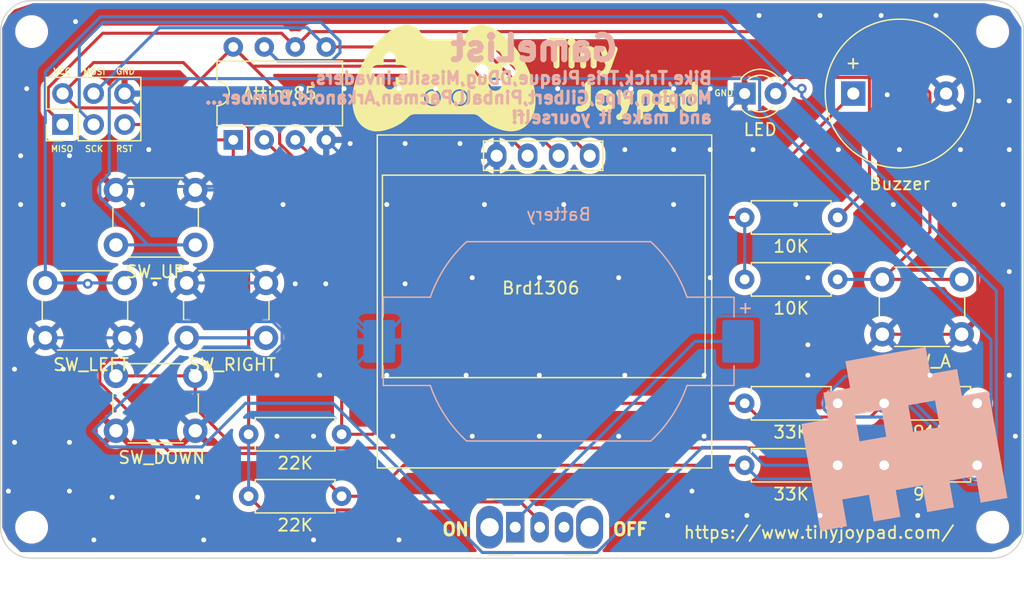
<source format=kicad_pcb>
(kicad_pcb (version 20240108) (generator "pcbnew") (generator_version "8.0")
  (layers (0 "F.Cu" signal) (31 "B.Cu" signal) (34 "B.Paste" user) (35 "F.Paste" user) (36 "B.SilkS" user "B.Silkscreen") (37 "F.SilkS" user "F.Silkscreen") (38 "B.Mask" user) (39 "F.Mask" user) (44 "Edge.Cuts" user))
  (net 0 "")
  (net 1 "Net-(Attiny85-XTAL1{slash}PB3)")
  (net 2 "Net-(33K1-Pad2)")
  (net 3 "GND")
  (net 4 "+3.3V")
  (net 5 "Net-(Attiny85-~{RESET}{slash}PB5)")
  (net 6 "Net-(Attiny85-XTAL2{slash}PB4)")
  (net 7 "Net-(R2-Pad2)")
  (net 8 "Net-(Attiny85-AREF{slash}PB0)")
  (net 9 "Net-(R4-Pad2)")
  (net 10 "Net-(R6-Pad2)")
  (net 11 "Net-(Attiny85-PB1)")
  (net 12 "Net-(BT1-+)")
  (net 13 "Net-(Attiny85-PB2)")
  (net 14 "Net-(D1-A)")
  (footprint "MountingHole:MountingHole_2.2mm_M2" (layer "F.Cu") (at 25.4 60.96)
    (property "Reference" "REF**" (hide yes))
    (property "Value" "MountingHole_2.2mm_M2" (hide yes))
    (pad "" np_thru_hole circle (at 0 0) (size 2.2 2.2) (drill 2.2) (layers "F&B.Cu" "*.Mask"))
  )
  (footprint "Resistor_THT:R_Axial_DIN0207_L6.3mm_D2.5mm_P7.62mm_Horizontal" (layer "F.Cu") (at 43.18 58.42)
    (property "Reference" "R5" (hide yes))
    (property "Value" "22K" (at 3.81 2.37 0) (layer "F.SilkS"))
    (pad "1" thru_hole circle (at 0 0) (size 1.6 1.6) (drill 0.8) (layers "*.Cu" "*.Mask") (net 4 "+3.3V"))
    (pad "2" thru_hole oval (at 7.62 0) (size 1.6 1.6) (drill 0.8) (layers "*.Cu" "*.Mask") (net 5 "Net-(Attiny85-~{RESET}{slash}PB5)"))
  )
  (footprint "Resistor_THT:R_Axial_DIN0207_L6.3mm_D2.5mm_P7.62mm_Horizontal" (layer "F.Cu") (at 43.18 53.34)
    (property "Reference" "R3" (hide yes))
    (property "Value" "22K" (at 3.81 2.37 0) (layer "F.SilkS"))
    (pad "1" thru_hole circle (at 0 0) (size 1.6 1.6) (drill 0.8) (layers "*.Cu" "*.Mask") (net 4 "+3.3V"))
    (pad "2" thru_hole oval (at 7.62 0) (size 1.6 1.6) (drill 0.8) (layers "*.Cu" "*.Mask") (net 1 "Net-(Attiny85-XTAL1{slash}PB3)"))
  )
  (footprint "Resistor_THT:R_Axial_DIN0207_L6.3mm_D2.5mm_P7.62mm_Horizontal" (layer "F.Cu") (at 83.82 55.88)
    (property "Reference" "R4" (hide yes))
    (property "Value" "33K" (at 3.81 2.37 0) (layer "F.SilkS"))
    (pad "1" thru_hole circle (at 0 0) (size 1.6 1.6) (drill 0.8) (layers "*.Cu" "*.Mask") (net 5 "Net-(Attiny85-~{RESET}{slash}PB5)"))
    (pad "2" thru_hole oval (at 7.62 0) (size 1.6 1.6) (drill 0.8) (layers "*.Cu" "*.Mask") (net 9 "Net-(R4-Pad2)"))
  )
  (footprint "Button_Switch_THT:SW_PUSH_6mm_H7.3mm" (layer "F.Cu") (at 38.1 40.93)
    (property "Reference" "SW3" (hide yes))
    (property "Value" "SW_RIGHT" (at 3.75 6.7 0) (layer "F.SilkS"))
    (pad "1" thru_hole circle (at 0 0 90) (size 2 2) (drill 1.1) (layers "*.Cu" "*.Mask") (net 3 "GND"))
    (pad "1" thru_hole circle (at 6.5 0 90) (size 2 2) (drill 1.1) (layers "*.Cu" "*.Mask") (net 3 "GND"))
    (pad "2" thru_hole circle (at 0 4.5 90) (size 2 2) (drill 1.1) (layers "*.Cu" "*.Mask") (net 9 "Net-(R4-Pad2)"))
    (pad "2" thru_hole circle (at 6.5 4.5 90) (size 2 2) (drill 1.1) (layers "*.Cu" "*.Mask") (net 9 "Net-(R4-Pad2)"))
  )
  (footprint "MountingHole:MountingHole_2.2mm_M2" (layer "F.Cu") (at 104.14 20.32)
    (property "Reference" "REF**" (hide yes))
    (property "Value" "MountingHole_2.2mm_M2" (hide yes))
    (pad "" np_thru_hole circle (at 0 0) (size 2.2 2.2) (drill 2.2) (layers "*.Cu" "*.Mask"))
  )
  (footprint "Button_Switch_THT:SW_PUSH_6mm_H7.3mm" (layer "F.Cu") (at 32.31 33.31)
    (property "Reference" "SW1" (hide yes))
    (property "Value" "SW_UP" (at 3.25 6.7 0) (layer "F.SilkS"))
    (pad "1" thru_hole circle (at 0 0 90) (size 2 2) (drill 1.1) (layers "*.Cu" "*.Mask") (net 3 "GND"))
    (pad "1" thru_hole circle (at 6.5 0 90) (size 2 2) (drill 1.1) (layers "*.Cu" "*.Mask") (net 3 "GND"))
    (pad "2" thru_hole circle (at 0 4.5 90) (size 2 2) (drill 1.1) (layers "*.Cu" "*.Mask") (net 2 "Net-(33K1-Pad2)"))
    (pad "2" thru_hole circle (at 6.5 4.5 90) (size 2 2) (drill 1.1) (layers "*.Cu" "*.Mask") (net 2 "Net-(33K1-Pad2)"))
  )
  (footprint "Button_Switch_THT:SW_PUSH_6mm_H7.3mm" (layer "F.Cu") (at 32.31 48.55)
    (property "Reference" "SW2" (hide yes))
    (property "Value" "SW_DOWN" (at 3.75 6.7 0) (layer "F.SilkS"))
    (pad "1" thru_hole circle (at 0 0 90) (size 2 2) (drill 1.1) (layers "*.Cu" "*.Mask") (net 7 "Net-(R2-Pad2)"))
    (pad "1" thru_hole circle (at 6.5 0 90) (size 2 2) (drill 1.1) (layers "*.Cu" "*.Mask") (net 7 "Net-(R2-Pad2)"))
    (pad "2" thru_hole circle (at 0 4.5 90) (size 2 2) (drill 1.1) (layers "*.Cu" "*.Mask") (net 3 "GND"))
    (pad "2" thru_hole circle (at 6.5 4.5 90) (size 2 2) (drill 1.1) (layers "*.Cu" "*.Mask") (net 3 "GND"))
  )
  (footprint "LED_THT:LED_D3.0mm" (layer "F.Cu") (at 83.82 25.4)
    (property "Reference" "D1" (hide yes))
    (property "Value" "LED" (at 1.27 2.96 0) (layer "F.SilkS"))
    (pad "1" thru_hole rect (at 0 0) (size 1.8 1.8) (drill 0.9) (layers "*.Cu" "*.Mask") (net 3 "GND"))
    (pad "2" thru_hole circle (at 2.54 0) (size 1.8 1.8) (drill 0.9) (layers "*.Cu" "*.Mask") (net 14 "Net-(D1-A)"))
  )
  (footprint "Resistor_THT:R_Axial_DIN0207_L6.3mm_D2.5mm_P7.62mm_Horizontal" (layer "F.Cu") (at 83.82 40.64)
    (property "Reference" "R7" (hide yes))
    (property "Value" "10K" (at 3.81 2.37 0) (layer "F.SilkS"))
    (pad "1" thru_hole circle (at 0 0) (size 1.6 1.6) (drill 0.8) (layers "*.Cu" "*.Mask") (net 4 "+3.3V"))
    (pad "2" thru_hole oval (at 7.62 0) (size 1.6 1.6) (drill 0.8) (layers "*.Cu" "*.Mask") (net 11 "Net-(Attiny85-PB1)"))
  )
  (footprint "Resistor_THT:R_Axial_DIN0207_L6.3mm_D2.5mm_P7.62mm_Horizontal" (layer "F.Cu") (at 83.82 50.8)
    (property "Reference" "33K1" (hide yes))
    (property "Value" "33K" (at 3.81 2.37 0) (layer "F.SilkS"))
    (pad "1" thru_hole circle (at 0 0) (size 1.6 1.6) (drill 0.8) (layers "*.Cu" "*.Mask") (net 1 "Net-(Attiny85-XTAL1{slash}PB3)"))
    (pad "2" thru_hole oval (at 7.62 0) (size 1.6 1.6) (drill 0.8) (layers "*.Cu" "*.Mask") (net 2 "Net-(33K1-Pad2)"))
  )
  (footprint "Resistor_THT:R_Axial_DIN0207_L6.3mm_D2.5mm_P7.62mm_Horizontal" (layer "F.Cu") (at 95.25 50.8)
    (property "Reference" "R2" (hide yes))
    (property "Value" "91K" (at 3.81 2.37 0) (layer "F.SilkS"))
    (pad "1" thru_hole circle (at 0 0) (size 1.6 1.6) (drill 0.8) (layers "*.Cu" "*.Mask") (net 1 "Net-(Attiny85-XTAL1{slash}PB3)"))
    (pad "2" thru_hole oval (at 7.62 0) (size 1.6 1.6) (drill 0.8) (layers "*.Cu" "*.Mask") (net 7 "Net-(R2-Pad2)"))
  )
  (footprint "Package_DIP:DIP-8_W7.62mm" (layer "F.Cu") (at 41.92 29.2 90)
    (property "Reference" "Attiny85" (at 3.8 3.8 180) (layer "F.SilkS"))
    (property "Value" "ATtiny85-20P" (hide yes))
    (pad "1" thru_hole rect (at 0 0 90) (size 1.6 1.6) (drill 0.8) (layers "*.Cu" "*.Mask") (net 5 "Net-(Attiny85-~{RESET}{slash}PB5)"))
    (pad "2" thru_hole oval (at 0 2.54 90) (size 1.6 1.6) (drill 0.8) (layers "*.Cu" "*.Mask") (net 1 "Net-(Attiny85-XTAL1{slash}PB3)"))
    (pad "3" thru_hole oval (at 0 5.08 90) (size 1.6 1.6) (drill 0.8) (layers "*.Cu" "*.Mask") (net 6 "Net-(Attiny85-XTAL2{slash}PB4)"))
    (pad "4" thru_hole oval (at 0 7.62 90) (size 1.6 1.6) (drill 0.8) (layers "*.Cu" "*.Mask") (net 3 "GND"))
    (pad "5" thru_hole oval (at 7.62 7.62 90) (size 1.6 1.6) (drill 0.8) (layers "*.Cu" "*.Mask") (net 8 "Net-(Attiny85-AREF{slash}PB0)"))
    (pad "6" thru_hole oval (at 7.62 5.08 90) (size 1.6 1.6) (drill 0.8) (layers "*.Cu" "*.Mask") (net 11 "Net-(Attiny85-PB1)"))
    (pad "7" thru_hole oval (at 7.62 2.54 90) (size 1.6 1.6) (drill 0.8) (layers "*.Cu" "*.Mask") (net 13 "Net-(Attiny85-PB2)"))
    (pad "8" thru_hole oval (at 7.62 0 90) (size 1.6 1.6) (drill 0.8) (layers "*.Cu" "*.Mask") (net 4 "+3.3V"))
  )
  (footprint "MountingHole:MountingHole_2.2mm_M2" (layer "F.Cu") (at 25.4 20.32)
    (property "Reference" "REF**" (hide yes))
    (property "Value" "MountingHole_2.2mm_M2" (hide yes))
    (pad "" np_thru_hole circle (at 0 0) (size 2.2 2.2) (drill 2.2) (layers "F&B.Cu" "*.Mask"))
  )
  (footprint "Resistor_THT:R_Axial_DIN0207_L6.3mm_D2.5mm_P7.62mm_Horizontal" (layer "F.Cu") (at 95.25 55.88)
    (property "Reference" "R6" (hide yes))
    (property "Value" "91K" (at 3.81 2.37 0) (layer "F.SilkS"))
    (pad "1" thru_hole circle (at 0 0) (size 1.6 1.6) (drill 0.8) (layers "*.Cu" "*.Mask") (net 5 "Net-(Attiny85-~{RESET}{slash}PB5)"))
    (pad "2" thru_hole oval (at 7.62 0) (size 1.6 1.6) (drill 0.8) (layers "*.Cu" "*.Mask") (net 10 "Net-(R6-Pad2)"))
  )
  (footprint "MountingHole:MountingHole_2.2mm_M2" (layer "F.Cu") (at 104.14 60.96)
    (property "Reference" "REF**" (hide yes))
    (property "Value" "MountingHole_2.2mm_M2" (hide yes))
    (pad "" np_thru_hole circle (at 0 0) (size 2.2 2.2) (drill 2.2) (layers "F&B.Cu" "*.Mask"))
  )
  (footprint "Buzzer_Beeper:Buzzer_12x9.5RM7.6" (layer "F.Cu") (at 92.72 25.4)
    (property "Reference" "BZ1" (hide yes))
    (property "Value" "Buzzer" (at 3.8 7.4 0) (layer "F.SilkS"))
    (fp_text user "+" (at -0.01 -2.54 0) (layer "F.SilkS"))
    (pad "1" thru_hole rect (at 0 0) (size 2 2) (drill 1) (layers "*.Cu" "*.Mask") (net 6 "Net-(Attiny85-XTAL2{slash}PB4)"))
    (pad "2" thru_hole circle (at 7.6 0) (size 2 2) (drill 1) (layers "*.Cu" "*.Mask") (net 3 "GND"))
  )
  (footprint "SSD1306:128x64OLED" (layer "F.Cu") (at 67.12 41.1)
    (property "Reference" "Brd1306" (at 0 0.254 0) (layer "F.SilkS"))
    (property "Value" "SSD1306")
    (pad "1" thru_hole oval (at -3.62 -10.6 90) (size 2 1.6) (drill 1) (layers "*.Cu" "*.Mask") (net 3 "GND"))
    (pad "2" thru_hole oval (at -1.08 -10.6 90) (size 2 1.6) (drill 1) (layers "*.Cu" "*.Mask") (net 4 "+3.3V"))
    (pad "3" thru_hole oval (at 1.46 -10.6 90) (size 2 1.6) (drill 1) (layers "*.Cu" "*.Mask") (net 13 "Net-(Attiny85-PB2)"))
    (pad "4" thru_hole oval (at 4 -10.6 90) (size 2 1.6) (drill 1) (layers "*.Cu" "*.Mask") (net 8 "Net-(Attiny85-AREF{slash}PB0)"))
  )
  (footprint "Button_Switch_THT:SW_PUSH_6mm_H7.3mm" (layer "F.Cu") (at 26.52 40.93)
    (property "Reference" "SW5" (hide yes))
    (property "Value" "SW_LEFT" (at 3.75 6.7 0) (layer "F.SilkS"))
    (pad "1" thru_hole circle (at 0 0 90) (size 2 2) (drill 1.1) (layers "*.Cu" "*.Mask") (net 10 "Net-(R6-Pad2)"))
    (pad "1" thru_hole circle (at 6.5 0 90) (size 2 2) (drill 1.1) (layers "*.Cu" "*.Mask") (net 10 "Net-(R6-Pad2)"))
    (pad "2" thru_hole circle (at 0 4.5 90) (size 2 2) (drill 1.1) (layers "*.Cu" "*.Mask") (net 3 "GND"))
    (pad "2" thru_hole circle (at 6.5 4.5 90) (size 2 2) (drill 1.1) (layers "*.Cu" "*.Mask") (net 3 "GND"))
  )
  (footprint "Connector_PinHeader_2.54mm:PinHeader_2x03_P2.54mm_Vertical" (layer "F.Cu") (at 27.94 27.94 90)
    (property "Reference" "J2" (hide yes))
    (property "Value" "Conn_01x06_Pin" (hide yes))
    (pad "1" thru_hole rect (at 0 0 90) (size 1.7 1.7) (drill 1) (layers "*.Cu" "*.Mask") (net 11 "Net-(Attiny85-PB1)"))
    (pad "2" thru_hole oval (at 2.54 0 90) (size 1.7 1.7) (drill 1) (layers "*.Cu" "*.Mask") (net 4 "+3.3V"))
    (pad "3" thru_hole oval (at 0 2.54 90) (size 1.7 1.7) (drill 1) (layers "*.Cu" "*.Mask") (net 13 "Net-(Attiny85-PB2)"))
    (pad "4" thru_hole oval (at 2.54 2.54 90) (size 1.7 1.7) (drill 1) (layers "*.Cu" "*.Mask") (net 8 "Net-(Attiny85-AREF{slash}PB0)"))
    (pad "5" thru_hole oval (at 0 5.08 90) (size 1.7 1.7) (drill 1) (layers "*.Cu" "*.Mask") (net 5 "Net-(Attiny85-~{RESET}{slash}PB5)"))
    (pad "6" thru_hole oval (at 2.54 5.08 90) (size 1.7 1.7) (drill 1) (layers "*.Cu" "*.Mask") (net 3 "GND"))
  )
  (footprint "LOGO" (layer "F.Cu") (at 59.182 24.13)
    (property "Reference" "G***" (at 0 0 0) (layer "F.SilkS") (effects (font (size 1.5 1.5) (thickness 0.3))))
    (property "Value" "LOGO" (hide yes))
  )
  (footprint "Button_Switch_THT:SW_Slide_SPDT_Angled_CK_OS102011MA1Q" (layer "F.Cu") (at 65.02 60.96)
    (property "Reference" "POWER1" (hide yes))
    (property "Value" "SW_Power" (hide yes))
    (pad "" thru_hole oval (at -2.1 0) (size 2.2 3.5) (drill 1.5) (layers "*.Cu" "*.Mask"))
    (pad "" thru_hole oval (at 6.1 0) (size 2.2 3.5) (drill 1.5) (layers "*.Cu" "*.Mask"))
    (pad "1" thru_hole rect (at 0 0) (size 1.5 2.5) (drill 0.9) (layers "*.Cu" "*.Mask") (net 12 "Net-(BT1-+)"))
    (pad "2" thru_hole oval (at 2 0) (size 1.5 2.5) (drill 0.9) (layers "*.Cu" "*.Mask") (net 4 "+3.3V"))
    (pad "3" thru_hole oval (at 4 0) (size 1.5 2.5) (drill 0.9) (layers "*.Cu" "*.Mask"))
  )
  (footprint "Resistor_THT:R_Axial_DIN0207_L6.3mm_D2.5mm_P7.62mm_Horizontal" (layer "F.Cu") (at 83.82 35.56)
    (property "Reference" "R1")
    (property "Value" "10K" (at 3.81 2.37 0) (layer "F.SilkS"))
    (pad "1" thru_hole circle (at 0 0) (size 1.6 1.6) (drill 0.8) (layers "*.Cu" "*.Mask") (net 4 "+3.3V"))
    (pad "2" thru_hole oval (at 7.62 0) (size 1.6 1.6) (drill 0.8) (layers "*.Cu" "*.Mask") (net 14 "Net-(D1-A)"))
  )
  (footprint "Button_Switch_THT:SW_PUSH_6mm_H7.3mm" (layer "F.Cu") (at 95.1 40.64)
    (property "Reference" "SW7" (hide yes))
    (property "Value" "SW_A" (at 3.75 6.7 0) (layer "F.SilkS"))
    (pad "1" thru_hole circle (at 0 0 90) (size 2 2) (drill 1.1) (layers "*.Cu" "*.Mask") (net 11 "Net-(Attiny85-PB1)"))
    (pad "1" thru_hole circle (at 6.5 0 90) (size 2 2) (drill 1.1) (layers "*.Cu" "*.Mask") (net 11 "Net-(Attiny85-PB1)"))
    (pad "2" thru_hole circle (at 0 4.5 90) (size 2 2) (drill 1.1) (layers "*.Cu" "*.Mask") (net 3 "GND"))
    (pad "2" thru_hole circle (at 6.5 4.5 90) (size 2 2) (drill 1.1) (layers "*.Cu" "*.Mask") (net 3 "GND"))
  )
  (footprint "Battery:BatteryHolder_Renata_SMTU2032-LF_1x2032" (layer "B.Cu") (at 68.58 45.72 180)
    (property "Reference" "BT1")
    (property "Value" "Battery" (at 0 10.414 0) (layer "B.SilkS") (effects (justify mirror)))
    (fp_text user "+" (at -15.3 2.785 0) (layer "B.SilkS") (effects (justify mirror)))
    (pad "1" smd roundrect (at -14.7 0 180) (size 2.6 3.5) (layers "B.Cu" "B.Paste" "B.Mask") (roundrect_rratio 0.07692307692) (net 12 "Net-(BT1-+)"))
    (pad "2" smd roundrect (at 14.7 0 180) (size 2.6 3.5) (layers "B.Cu" "B.Paste" "B.Mask") (roundrect_rratio 0.07692307692) (net 3 "GND"))
  )
  (footprint "LOGO" (layer "B.Cu") (at 96.52 53.34 -170)
    (property "Reference" "G***" (hide yes))
    (property "Value" "LOGO" (hide yes))
  )
  (gr_line (start 25.4 17.78) (end 104.14 17.78) (stroke (width 0.1)) (layer "Edge.Cuts"))
  (gr_line (start 104.14 63.5) (end 25.4 63.5) (stroke (width 0.1)) (layer "Edge.Cuts"))
  (gr_arc (start 106.68 60.96) (mid 105.936051 62.756051) (end 104.14 63.5) (stroke (width 0.1)) (layer "Edge.Cuts"))
  (gr_line (start 22.86 60.96) (end 22.86 20.32) (stroke (width 0.1)) (layer "Edge.Cuts"))
  (gr_line (start 106.68 20.32) (end 106.68 60.96) (stroke (width 0.1)) (layer "Edge.Cuts"))
  (gr_arc (start 104.14 17.78) (mid 105.936051 18.523949) (end 106.68 20.32) (stroke (width 0.1)) (layer "Edge.Cuts"))
  (gr_arc (start 25.4 63.5) (mid 23.603949 62.756051) (end 22.86 60.96) (stroke (width 0.1)) (layer "Edge.Cuts"))
  (gr_arc (start 22.86 20.32) (mid 23.603949 18.523949) (end 25.4 17.78) (stroke (width 0.1)) (layer "Edge.Cuts"))
  (gr_text "GameList" (at 73.66 22.86 0) (layer "B.SilkS") (effects (font (size 2 2) (thickness 0.5) (bold yes)) (justify left bottom mirror)))
  (gr_text "Bike,Trick,Tris,Plaque,DDug,Missile,Invaders,\nMorpion,Pipe,Gilbert,Pinball,Pacman,Arkanoid,Bomber...\nand make it yourself!" (at 81.28 27.94 0) (layer "B.SilkS") (effects (font (size 1 1) (thickness 0.25) (bold yes)) (justify left bottom mirror)))
  (gr_text "RST" (at 32.258 30.226 0) (layer "F.SilkS") (effects (font (size 0.5 0.5) (thickness 0.1) (bold yes)) (justify left bottom)))
  (gr_text "SCK" (at 29.718 30.226 0) (layer "F.SilkS") (effects (font (size 0.5 0.5) (thickness 0.1) (bold yes)) (justify left bottom)))
  (gr_text "VCC" (at 27.1272 23.876 0) (layer "F.SilkS") (effects (font (size 0.5 0.5) (thickness 0.1) (bold yes)) (justify left bottom)))
  (gr_text "MOSI" (at 29.5656 23.9014 0) (layer "F.SilkS") (effects (font (size 0.5 0.5) (thickness 0.1) (bold yes)) (justify left bottom)))
  (gr_text "GND" (at 32.258 23.876 0) (layer "F.SilkS") (effects (font (size 0.5 0.5) (thickness 0.1) (bold yes)) (justify left bottom)))
  (gr_text "MISO" (at 26.924 30.226 0) (layer "F.SilkS") (effects (font (size 0.5 0.5) (thickness 0.1) (bold yes)) (justify left bottom)))
  (gr_text "OFF" (at 72.898 61.722 0) (layer "F.SilkS") (effects (font (size 1 1) (thickness 0.25) (bold yes)) (justify left bottom)))
  (gr_text "ON" (at 58.928 61.722 0) (layer "F.SilkS") (effects (font (size 1 1) (thickness 0.25) (bold yes)) (justify left bottom)))
  (gr_text "https://www.tinyjoypad.com/" (at 78.74 61.976 0) (layer "F.SilkS") (effects (font (size 1 1)) (justify left bottom)))
  (gr_text "Joypad" (at 69.596 26.924 0) (layer "F.SilkS") (effects (font (size 2 2) (thickness 0.5) (bold yes)) (justify left bottom)))
  (gr_text "Tiny" (at 67.31 23.368 0) (layer "F.SilkS") (effects (font (size 2 2) (thickness 0.5) (bold yes)) (justify left bottom)))
  (gr_text "GND" (at 81.28 25.654 0) (layer "F.SilkS") (effects (font (size 0.5 0.5) (thickness 0.1) (bold yes)) (justify left bottom)))
  (segment (start 53.34 53.34) (end 55.88 50.8) (width 0.25) (layer "F.Cu") (net 1))
  (segment (start 55.88 50.8) (end 83.82 50.8) (width 0.25) (layer "F.Cu") (net 1))
  (segment (start 94.125 51.925) (end 84.945 51.925) (width 0.25) (layer "F.Cu") (net 1))
  (segment (start 50.8 53.34) (end 53.34 53.34) (width 0.25) (layer "F.Cu") (net 1))
  (segment (start 95.25 50.8) (end 94.125 51.925) (width 0.25) (layer "F.Cu") (net 1))
  (segment (start 50.8 35.54) (end 44.46 29.2) (width 0.25) (layer "F.Cu") (net 1))
  (segment (start 84.945 51.925) (end 83.82 50.8) (width 0.25) (layer "F.Cu") (net 1))
  (segment (start 50.8 53.34) (end 50.8 35.54) (width 0.25) (layer "F.Cu") (net 1))
  (segment (start 85.045 24.175) (end 32.583299 24.175) (width 0.25) (layer "B.Cu") (net 2))
  (segment (start 34.936167 37.81) (end 38.81 37.81) (width 0.25) (layer "B.Cu") (net 2))
  (segment (start 32.583299 24.175) (end 31.761167 24.997132) (width 0.25) (layer "B.Cu") (net 2))
  (segment (start 95.361982 49.030991) (end 101.745 55.414009) (width 0.25) (layer "B.Cu") (net 2))
  (segment (start 31.761167 24.997132) (end 31.761167 31.985) (width 0.25) (layer "B.Cu") (net 2))
  (segment (start 32.31 37.81) (end 38.81 37.81) (width 0.25) (layer "B.Cu") (net 2))
  (segment (start 93.209009 49.030991) (end 95.361982 49.030991) (width 0.25) (layer "B.Cu") (net 2))
  (segment (start 30.985 32.761167) (end 30.985 33.858833) (width 0.25) (layer "B.Cu") (net 2))
  (segment (start 103.335991 57.005) (end 103.995 56.345991) (width 0.25) (layer "B.Cu") (net 2))
  (segment (start 30.985 33.858833) (end 34.936167 37.81) (width 0.25) (layer "B.Cu") (net 2))
  (segment (start 101.745 55.414009) (end 101.745 56.345991) (width 0.25) (layer "B.Cu") (net 2))
  (segment (start 103.995 45.575) (end 85.045 26.625) (width 0.25) (layer "B.Cu") (net 2))
  (segment (start 101.745 56.345991) (end 102.404009 57.005) (width 0.25) (layer "B.Cu") (net 2))
  (segment (start 102.404009 57.005) (end 103.335991 57.005) (width 0.25) (layer "B.Cu") (net 2))
  (segment (start 103.995 56.345991) (end 103.995 45.575) (width 0.25) (layer "B.Cu") (net 2))
  (segment (start 85.045 26.625) (end 85.045 24.175) (width 0.25) (layer "B.Cu") (net 2))
  (segment (start 31.761167 31.985) (end 30.985 32.761167) (width 0.25) (layer "B.Cu") (net 2))
  (segment (start 91.44 50.8) (end 93.209009 49.030991) (width 0.25) (layer "B.Cu") (net 2))
  (segment (start 100.32 25.4) (end 102.925 28.005) (width 0.25) (layer "F.Cu") (net 3))
  (segment (start 101.6 45.14) (end 95.1 45.14) (width 0.25) (layer "F.Cu") (net 3))
  (segment (start 102.925 28.005) (end 102.925 43.815) (width 0.25) (layer "F.Cu") (net 3))
  (segment (start 102.925 43.815) (end 101.6 45.14) (width 0.25) (layer "F.Cu") (net 3))
  (via (at 96.5 30) (size 0.8) (drill 0.4) (layers "F.Cu" "B.Cu") (net 3))
  (via (at 81 40.5) (size 0.8) (drill 0.4) (layers "F.Cu" "B.Cu") (net 3))
  (via (at 45.5 48.5) (size 0.8) (drill 0.4) (layers "F.Cu" "B.Cu") (net 3))
  (via (at 35 30) (size 0.8) (drill 0.4) (layers "F.Cu" "B.Cu") (net 3))
  (via (at 69 34.5) (size 0.8) (drill 0.4) (layers "F.Cu" "B.Cu") (net 3))
  (via (at 85 19) (size 0.8) (drill 0.4) (layers "F.Cu" "B.Cu") (net 3))
  (via (at 24 54) (size 0.8) (drill 0.4) (layers "F.Cu" "B.Cu") (net 3))
  (via (at 89 40.5) (size 0.8) (drill 0.4) (layers "F.Cu" "B.Cu") (net 3))
  (via (at 84 60) (size 0.8) (drill 0.4) (layers "F.Cu" "B.Cu") (net 3))
  (via (at 99 48.5) (size 0.8) (drill 0.4) (layers "F.Cu" "B.Cu") (net 3))
  (via (at 81 25) (size 0.8) (drill 0.4) (layers "F.Cu" "B.Cu") (net 3))
  (via (at 54.5 48.5) (size 0.8) (drill 0.4) (layers "F.Cu" "B.Cu") (net 3))
  (via (at 96 34.5) (size 0.8) (drill 0.4) (layers "F.Cu" "B.Cu") (net 3))
  (via (at 39.5 62) (size 0.8) (drill 0.4) (layers "F.Cu" "B.Cu") (net 3))
  (via (at 103 26) (size 0.8) (drill 0.4) (layers "F.Cu" "B.Cu") (net 3))
  (via (at 32 58.5) (size 0.8) (drill 0.4) (layers "F.Cu" "B.Cu") (net 3))
  (via (at 67 40.5) (size 0.8) (drill 0.4) (layers "F.Cu" "B.Cu") (net 3))
  (via (at 55.5 25) (size 0.8) (drill 0.4) (layers "F.Cu" "B.Cu") (net 3))
  (via (at 106 53.5) (size 0.8) (drill 0.4) (layers "F.Cu" "B.Cu") (net 3))
  (via (at 55.5 62) (size 0.8) (drill 0.4) (layers "F.Cu" "B.Cu") (net 3))
  (via (at 81 30) (size 0.8) (drill 0.4) (layers "F.Cu" "B.Cu") (net 3))
  (via (at 48.5 62) (size 0.8) (drill 0.4) (layers "F.Cu" "B.Cu") (net 3))
  (via (at 47 41) (size 0.8) (drill 0.4) (layers "F.Cu" "B.Cu") (net 3))
  (via (at 105.5 40) (size 0.8) (drill 0.4) (layers "F.Cu" "B.Cu") (net 3))
  (via (at 49 48.5) (size 0.8) (drill 0.4) (layers "F.Cu" "B.Cu") (net 3))
  (via (at 78 34.5) (size 0.8) (drill 0.4) (layers "F.Cu" "B.Cu") (net 3))
  (via (at 28.5 54) (size 0.8) (drill 0.4) (layers "F.Cu" "B.Cu") (net 3))
  (via (at 99.5 19) (size 0.8) (drill 0.4) (layers "F.Cu" "B.Cu") (net 3))
  (via (at 30.5 62) (size 0.8) (drill 0.4) (layers "F.Cu" "B.Cu") (net 3))
  (via (at 78 25) (size 0.8) (drill 0.4) (layers "F.Cu" "B.Cu") (net 3))
  (via (at 28.5 30.5) (size 0.8) (drill 0.4) (layers "F.Cu" "B.Cu") (net 3))
  (via (at 80.5 53.5) (size 0.8) (drill 0.4) (layers "F.Cu" "B.Cu") (net 3))
  (via (at 25 25) (size 0.8) (drill 0.4) (layers "F.Cu" "B.Cu") (net 3))
  (via (at 61.5 53.5) (size 0.8) (drill 0.4) (layers "F.Cu" "B.Cu") (net 3))
  (via (at 105.5 26) (size 0.8) (drill 0.4) (layers "F.Cu" "B.Cu") (net 3))
  (via (at 89 46) (size 0.8) (drill 0.4) (layers "F.Cu" "B.Cu") (net 3))
  (via (at 48.5 53.5) (size 0.8) (drill 0.4) (layers "F.Cu" "B.Cu") (net 3))
  (via (at 88 34.5) (size 0.8) (drill 0.4) (layers "F.Cu" "B.Cu") (net 3))
  (via (at 80.5 48.5) (size 0.8) (drill 0.4) (layers "F.Cu" "B.Cu") (net 3))
  (via (at 90 19) (size 0.8) (drill 0.4) (layers "F.Cu" "B.Cu") (net 3))
  (via (at 105.5 30) (size 0.8) (drill 0.4) (layers "F.Cu" "B.Cu") (net 3))
  (via (at 24.5 34.5) (size 0.8) (drill 0.4) (layers "F.Cu" "B.Cu") (net 3))
  (via (at 74.5 25) (size 0.8) (drill 0.4) (layers "F.Cu" "B.Cu") (net 3))
  (via (at 73.5 53.5) (size 0.8) (drill 0.4) (layers "F.Cu" "B.Cu") (net 3))
  (via (at 58.5 25) (size 0.8) (drill 0.4) (layers "F.Cu" "B.Cu") (net 3))
  (via (at 39 58.5) (size 0.8) (drill 0.4) (layers "F.Cu" "B.Cu") (net 3))
  (via (at 28.5 58) (size 0.8) (drill 0.4) (layers "F.Cu" "B.Cu") (net 3))
  (via (at 74 48.5) (size 0.8) (drill 0.4) (layers "F.Cu" "B.Cu") (net 3))
  (via (at 47.5 25) (size 0.8) (drill 0.4) (layers "F.Cu" "B.Cu") (net 3))
  (via (at 91.5 30) (size 0.8) (drill 0.4) (layers "F.Cu" "B.Cu") (net 3))
  (via (at 45.5 53.5) (size 0.8) (drill 0.4) (layers "F.Cu" "B.Cu") (net 3))
  (via (at 90 60) (size 0.8) (drill 0.4) (layers "F.Cu" "B.Cu") (net 3))
  (via (at 105.5 48.5) (size 0.8) (drill 0.4) (layers "F.Cu" "B.Cu") (net 3))
  (via (at 35.5 41) (size 0.8) (drill 0.4) (layers "F.Cu" "B.Cu") (net 3))
  (via (at 79.5 58) (size 0.8) (drill 0.4) (layers "F.Cu" "B.Cu") (net 3))
  (via (at 24 48) (size 0.8) (drill 0.4) (layers "F.Cu" "B.Cu") (net 3))
  (via (at 62.5 34.5) (size 0.8) (drill 0.4) (layers "F.Cu" "B.Cu") (net 3))
  (via (at 95 19) (size 0.8) (drill 0.4) (layers "F.Cu" "B.Cu") (net 3))
  (via (at 56 41) (size 0.8) (drill 0.4) (layers "F.Cu" "B.Cu") (net 3))
  (via (at 105 34.5) (size 0.8) (drill 0.4) (layers "F.Cu" "B.Cu") (net 3))
  (via (at 28 48) (size 0.8) (drill 0.4) (layers "F.Cu" "B.Cu") (net 3))
  (via (at 101 34.5) (size 0.8) (drill 0.4) (layers "F.Cu" "B.Cu") (net 3))
  (via (at 49.5 41) (size 0.8) (drill 0.4) (layers "F.Cu" "B.Cu") (net 3))
  (via (at 67 48.5) (size 0.8) (drill 0.4) (layers "F.Cu" "B.Cu") (net 3))
  (via (at 34.5 34.5) (size 0.8) (drill 0.4) (layers "F.Cu" "B.Cu") (net 3))
  (via (at 77.5 60) (size 0.8) (drill 0.4) (layers "F.Cu" "B.Cu") (net 3))
  (via (at 95.5 25.5) (size 0.8) (drill 0.4) (layers "F.Cu" "B.Cu") (net 3))
  (via (at 24.5 30.5) (size 0.8) (drill 0.4) (layers "F.Cu" "B.Cu") (net 3))
  (via (at 28 34.5) (size 0.8) (drill 0.4) (layers "F.Cu" "B.Cu") (net 3))
  (via (at 54.5 34.5) (size 0.8) (drill 0.4) (layers "F.Cu" "B.Cu") (net 3))
  (via (at 89 48.5) (size 0.8) (drill 0.4) (layers "F.Cu" "B.Cu") (net 3))
  (via (at 56 29.5) (size 0.8) (drill 0.4) (layers "F.Cu" "B.Cu") (net 3))
  (via (at 73.5 40.5) (size 0.8) (drill 0.4) (layers "F.Cu" "B.Cu") (net 3))
  (via (at 78 30) (size 0.8) (drill 0.4) (layers "F.Cu" "B.Cu") (net 3))
  (via (at 67 53.5) (size 0.8) (drill 0.4) (layers "F.Cu" "B.Cu") (net 3))
  (via (at 61 48.5) (size 0.8) (drill 0.4) (layers "F.Cu" "B.Cu") (net 3))
  (via (at 60.5 29.5) (size 0.8) (drill 0.4) (layers "F.Cu" "B.Cu") (net 3))
  (via (at 29 19.5) (size 0.8) (drill 0.4) (layers "F.Cu" "B.Cu") (net 3))
  (via (at 51 25) (size 0.8) (drill 0.4) (layers "F.Cu" "B.Cu") (net 3))
  (via (at 98 60) (size 0.8) (drill 0.4) (layers "F.Cu" "B.Cu") (net 3))
  (via (at 74 30) (size 0.8) (drill 0.4) (layers "F.Cu" "B.Cu") (net 3))
  (via (at 68.5 25) (size 0.8) (drill 0.4) (layers "F.Cu" "B.Cu") (net 3))
  (via (at 84.5 30) (size 0.8) (drill 0.4) (layers "F.Cu" "B.Cu") (net 3))
  (via (at 46 34.5) (size 0.8) (drill 0.4) (layers "F.Cu" "B.Cu") (net 3))
  (via (at 101.5 30) (size 0.8) (drill 0.4) (layers "F.Cu" "B.Cu") (net 3))
  (via (at 23.5 58) (size 0.8) (drill 0.4) (layers "F.Cu" "B.Cu") (net 3))
  (via (at 61.5 40.5) (size 0.8) (drill 0.4) (layers "F.Cu" "B.Cu") (net 3))
  (via (at 55 53.5) (size 0.8) (drill 0.4) (layers "F.Cu" "B.Cu") (net 3))
  (via (at 51.5 29.5) (size 0.8) (drill 0.4) (layers "F.Cu" "B.Cu") (net 3))
  (segment (start 93.605 43.645) (end 95.1 45.14) (width 0.25) (layer "B.Cu") (net 3))
  (segment (start 53.88 45.72) (end 49.5 41.34) (width 0.25) (layer "B.Cu") (net 3))
  (segment (start 41.18 33.02) (end 32.6 33.02) (width 0.25) (layer "B.Cu") (net 3))
  (segment (start 53.88 45.72) (end 53.88 33.54) (width 0.25) (layer "B.Cu") (net 3))
  (segment (start 55.955 43.645) (end 93.605 43.645) (width 0.25) (layer "B.Cu") (net 3))
  (segment (start 49.5 41.34) (end 49.5 41) (width 0.25) (layer "B.Cu") (net 3))
  (segment (start 48.26 44.59) (end 48.26 45.72) (width 0.25) (layer "B.Cu") (net 3))
  (segment (start 53.88 45.72) (end 53.88 40.1) (width 0.25) (layer "B.Cu") (net 3))
  (segment (start 53.34 45.72) (end 40.93 33.31) (width 0.25) (layer "B.Cu") (net 3))
  (segment (start 53.88 33.54) (end 49.54 29.2) (width 0.25) (layer "B.Cu") (net 3))
  (segment (start 53.88 40.1) (end 63.5 30.48) (width 0.25) (layer "B.Cu") (net 3))
  (segment (start 40.93 33.31) (end 38.81 33.31) (width 0.25) (layer "B.Cu") (net 3))
  (segment (start 53.88 45.72) (end 63.5 45.72) (width 0.25) (layer "B.Cu") (net 3))
  (segment (start 44.6 40.93) (end 38.1 40.93) (width 0.25) (layer "B.Cu") (net 3))
  (segment (start 45.148833 44.105) (end 45.925 44.881167) (width 0.25) (layer "B.Cu") (net 3))
  (segment (start 49.16 41) (end 41.18 33.02) (width 0.25) (layer "B.Cu") (net 3))
  (segment (start 49.725 49.875) (end 35.485 49.875) (width 0.25) (layer "B.Cu") (net 3))
  (segment (start 38.853833 53.05) (end 38.81 53.05) (width 0.25) (layer "B.Cu") (net 3))
  (segment (start 53.88 45.72) (end 49.725 49.875) (width 0.25) (layer "B.Cu") (net 3))
  (segment (start 53.34 45.72) (end 33.02 25.4) (width 0.25) (layer "B.Cu") (net 3))
  (segment (start 53.88 45.72) (end 55.955 43.645) (width 0.25) (layer "B.Cu") (net 3))
  (segment (start 63.5 45.72) (end 83.82 25.4) (width 0.25) (layer "B.Cu") (net 3))
  (segment (start 49.5 41) (end 49.16 41) (width 0.25) (layer "B.Cu") (net 3))
  (segment (start 45.925 45.978833) (end 38.853833 53.05) (width 0.25) (layer "B.Cu") (net 3))
  (segment (start 48.26 45.72) (end 46.14 45.72) (width 0.25) (layer "B.Cu") (net 3))
  (segment (start 53.88 45.72) (end 48.26 45.72) (width 0.25) (layer "B.Cu") (net 3))
  (segment (start 33.02 45.43) (end 34.345 44.105) (width 0.25) (layer "B.Cu") (net 3))
  (segment (start 44.6 40.93) (end 48.26 44.59) (width 0.25) (layer "B.Cu") (net 3))
  (segment (start 53.88 45.72) (end 53.34 45.72) (width 0.25) (layer "B.Cu") (net 3))
  (segment (start 35.485 49.875) (end 32.31 53.05) (width 0.25) (layer "B.Cu") (net 3))
  (segment (start 26.52 45.43) (end 33.02 45.43) (width 0.25) (layer "B.Cu") (net 3))
  (segment (start 32.6 33.02) (end 32.31 33.31) (width 0.25) (layer "B.Cu") (net 3))
  (segment (start 45.925 44.881167) (end 45.925 45.978833) (width 0.25) (layer "B.Cu") (net 3))
  (segment (start 34.345 44.105) (end 45.148833 44.105) (width 0.25) (layer "B.Cu") (net 3))
  (segment (start 83.82 35.56) (end 51.769009 35.56) (width 0.25) (layer "F.Cu") (net 4))
  (segment (start 27.94 25.4) (end 29.115 26.575) (width 0.25) (layer "F.Cu") (net 4))
  (segment (start 45.72 29.510991) (end 45.72 25.38) (width 0.25) (layer "F.Cu") (net 4))
  (segment (start 30.48 22.86) (end 27.94 25.4) (width 0.25) (layer "F.Cu") (net 4))
  (segment (start 51.769009 35.56) (end 45.72 29.510991) (width 0.25) (layer "F.Cu") (net 4))
  (segment (start 36.925 26.575) (end 41.92 21.58) (width 0.25) (layer "F.Cu") (net 4))
  (segment (start 43.18 53.34) (end 43.18 54.015) (width 0.25) (layer "F.Cu") (net 4))
  (segment (start 44.305 59.545) (end 43.18 58.42) (width 0.25) (layer "F.Cu") (net 4))
  (segment (start 29.115 26.575) (end 36.925 26.575) (width 0.25) (layer "F.Cu") (net 4))
  (segment (start 45.72 25.38) (end 41.92 21.58) (width 0.25) (layer "F.Cu") (net 4))
  (segment (start 65.28 29.72) (end 65.28 29.74) (width 0.25) (layer "F.Cu") (net 4))
  (segment (start 43.18 28.21) (end 37.83 22.86) (width 0.25) (layer "F.Cu") (net 4))
  (segment (start 52.75 58.885) (end 52.09 59.545) (width 0.25) (layer "F.Cu") (net 4))
  (segment (start 67.02 60.46) (end 65.445 58.885) (width 0.25) (layer "F.Cu") (net 4))
  (segment (start 58.715 23.155) (end 43.495 23.155) (width 0.25) (layer "F.Cu") (net 4))
  (segment (start 43.495 23.155) (end 41.92 21.58) (width 0.25) (layer "F.Cu") (net 4))
  (segment (start 67.02 60.96) (end 67.02 60.46) (width 0.25) (layer "F.Cu") (net 4))
  (segment (start 52.09 59.545) (end 44.305 59.545) (width 0.25) (layer "F.Cu") (net 4))
  (segment (start 37.83 22.86) (end 30.48 22.86) (width 0.25) (layer "F.Cu") (net 4))
  (segment (start 43.18 53.34) (end 43.18 28.21) (width 0.25) (layer "F.Cu") (net 4))
  (segment (start 65.28 29.72) (end 58.715 23.155) (width 0.25) (layer "F.Cu") (net 4))
  (segment (start 65.28 29.74) (end 66.04 30.5) (width 0.25) (layer "F.Cu") (net 4))
  (segment (start 65.445 58.885) (end 52.75 58.885) (width 0.25) (layer "F.Cu") (net 4))
  (segment (start 66.04 30.48) (end 65.28 29.72) (width 0.25) (layer "F.Cu") (net 4))
  (segment (start 83.82 40.64) (end 83.82 35.56) (width 0.25) (layer "B.Cu") (net 4))
  (segment (start 43.18 53.34) (end 43.18 58.42) (width 0.25) (layer "B.Cu") (net 4))
  (segment (start 53.34 58.42) (end 55.88 55.88) (width 0.25) (layer "F.Cu") (net 5))
  (segment (start 50.8 58.42) (end 47.295 54.915) (width 0.25) (layer "F.Cu") (net 5))
  (segment (start 36.801167 54.915) (end 30.985 49.098833) (width 0.25) (layer "F.Cu") (net 5))
  (segment (start 33.02 27.94) (end 35.56 27.94) (width 0.25) (layer "F.Cu") (net 5))
  (segment (start 47.295 54.915) (end 36.801167 54.915) (width 0.25) (layer "F.Cu") (net 5))
  (segment (start 55.88 55.88) (end 83.82 55.88) (width 0.25) (layer "F.Cu") (net 5))
  (segment (start 35.56 27.94) (end 36.82 29.2) (width 0.25) (layer "F.Cu") (net 5))
  (segment (start 31.761167 47.225) (end 34.055 47.225) (width 0.25) (layer "F.Cu") (net 5))
  (segment (start 36.82 29.2) (end 41.92 29.2) (width 0.25) (layer "F.Cu") (net 5))
  (segment (start 41.92 39.36) (end 41.92 29.2) (width 0.25) (layer "F.Cu") (net 5))
  (segment (start 50.8 58.42) (end 53.34 58.42) (width 0.25) (layer "F.Cu") (net 5))
  (segment (start 30.985 48.001167) (end 31.761167 47.225) (width 0.25) (layer "F.Cu") (net 5))
  (segment (start 30.985 49.098833) (end 30.985 48.001167) (width 0.25) (layer "F.Cu") (net 5))
  (segment (start 34.055 47.225) (end 41.92 39.36) (width 0.25) (layer "F.Cu") (net 5))
  (segment (start 95.25 55.88) (end 94.125 57.005) (width 0.25) (layer "B.Cu") (net 5))
  (segment (start 94.125 57.005) (end 84.945 57.005) (width 0.25) (layer "B.Cu") (net 5))
  (segment (start 84.945 57.005) (end 83.82 55.88) (width 0.25) (layer "B.Cu") (net 5))
  (segment (start 85.1 33.02) (end 50.82 33.02) (width 0.25) (layer "F.Cu") (net 6))
  (segment (start 92.72 25.4) (end 85.1 33.02) (width 0.25) (layer "F.Cu") (net 6))
  (segment (start 50.82 33.02) (end 47 29.2) (width 0.25) (layer "F.Cu") (net 6))
  (segment (start 99.205 54.465) (end 42.098833 54.465) (width 0.25) (layer "F.Cu") (net 7))
  (segment (start 32.31 48.55) (end 38.81 48.55) (width 0.25) (layer "F.Cu") (net 7))
  (segment (start 102.87 50.8) (end 99.205 54.465) (width 0.25) (layer "F.Cu") (net 7))
  (segment (start 42.098833 54.465) (end 38.81 51.176167) (width 0.25) (layer "F.Cu") (net 7))
  (segment (start 38.81 51.176167) (end 38.81 48.55) (width 0.25) (layer "F.Cu") (net 7))
  (segment (start 62.22 21.58) (end 49.54 21.58) (width 0.25) (layer "F.Cu") (net 8))
  (segment (start 71.12 30.5) (end 71.12 30.48) (width 0.25) (layer "F.Cu") (net 8))
  (segment (start 71.12 30.48) (end 62.22 21.58) (width 0.25) (layer "F.Cu") (net 8))
  (segment (start 35.875 20.005) (end 30.48 25.4) (width 0.25) (layer "B.Cu") (net 8))
  (segment (start 49.54 21.58) (end 47.965 20.005) (width 0.25) (layer "B.Cu") (net 8))
  (segment (start 47.965 20.005) (end 35.875 20.005) (width 0.25) (layer "B.Cu") (net 8))
  (segment (start 80.330991 54.414263) (end 71.710254 63.035) (width 0.25) (layer "B.Cu") (net 9))
  (segment (start 50.094746 50.8) (end 42.933833 50.8) (width 0.25) (layer "B.Cu") (net 9))
  (segment (start 62.329746 63.035) (end 50.094746 50.8) (width 0.25) (layer "B.Cu") (net 9))
  (segment (start 83.945254 54.414263) (end 80.330991 54.414263) (width 0.25) (layer "B.Cu") (net 9))
  (segment (start 39.358833 54.375) (end 31.761167 54.375) (width 0.25) (layer "B.Cu") (net 9))
  (segment (start 44.6 45.43) (end 38.1 45.43) (width 0.25) (layer "B.Cu") (net 9))
  (segment (start 91.44 55.88) (end 85.410991 55.88) (width 0.25) (layer "B.Cu") (net 9))
  (segment (start 85.410991 55.88) (end 83.945254 54.414263) (width 0.25) (layer "B.Cu") (net 9))
  (segment (start 30.48 53.006167) (end 30.48 53.093833) (width 0.25) (layer "B.Cu") (net 9))
  (segment (start 71.710254 63.035) (end 62.329746 63.035) (width 0.25) (layer "B.Cu") (net 9))
  (segment (start 44.6 45.43) (end 38.056167 45.43) (width 0.25) (layer "B.Cu") (net 9))
  (segment (start 31.761167 54.375) (end 30.48 53.093833) (width 0.25) (layer "B.Cu") (net 9))
  (segment (start 38.056167 45.43) (end 30.48 53.006167) (width 0.25) (layer "B.Cu") (net 9))
  (segment (start 42.933833 50.8) (end 39.358833 54.375) (width 0.25) (layer "B.Cu") (net 9))
  (via (at 88.5 25) (size 0.8) (drill 0.4) (layers "F.Cu" "B.Cu") (net 10))
  (via (at 30 41) (size 0.8) (drill 0.4) (layers "F.Cu" "B.Cu") (net 10))
  (segment (start 92.068018 48.580991) (end 95.570991 48.580991) (width 0.25) (layer "B.Cu") (net 10))
  (segment (start 96.687613 51.925) (end 90.974009 51.925) (width 0.25) (layer "B.Cu") (net 10))
  (segment (start 31.058604 19.105) (end 81.974188 19.105) (width 0.25) (layer "B.Cu") (net 10))
  (segment (start 103.522387 57.455) (end 102.217613 57.455) (width 0.25) (layer "B.Cu") (net 10))
  (segment (start 81.974188 19.105) (end 87.869188 25) (width 0.25) (layer "B.Cu") (net 10))
  (segment (start 30 41) (end 30.07 40.93) (width 0.25) (layer "B.Cu") (net 10))
  (segment (start 26.52 23.643604) (end 31.058604 19.105) (width 0.25) (layer "B.Cu") (net 10))
  (segment (start 88.5 25) (end 88.5 25.630812) (width 0.25) (layer "B.Cu") (net 10))
  (segment (start 104.445 41.575812) (end 104.445 56.532387) (width 0.25) (layer "B.Cu") (net 10))
  (segment (start 30.07 40.93) (end 33.02 40.93) (width 0.25) (layer "B.Cu") (net 10))
  (segment (start 29.93 40.93) (end 30 41) (width 0.25) (layer "B.Cu") (net 10))
  (segment (start 88.5 25.630812) (end 104.445 41.575812) (width 0.25) (layer "B.Cu") (net 10))
  (segment (start 90.974009 51.925) (end 90.315 51.265991) (width 0.25) (layer "B.Cu") (net 10))
  (segment (start 87.869188 25) (end 88.5 25) (width 0.25) (layer "B.Cu") (net 10))
  (segment (start 90.315 51.265991) (end 90.315 50.334009) (width 0.25) (layer "B.Cu") (net 10))
  (segment (start 26.52 40.93) (end 29.93 40.93) (width 0.25) (layer "B.Cu") (net 10))
  (segment (start 95.570991 48.580991) (end 102.87 55.88) (width 0.25) (layer "B.Cu") (net 10))
  (segment (start 26.52 40.93) (end 26.52 23.643604) (width 0.25) (layer "B.Cu") (net 10))
  (segment (start 102.217613 57.455) (end 96.687613 51.925) (width 0.25) (layer "B.Cu") (net 10))
  (segment (start 90.315 50.334009) (end 92.068018 48.580991) (width 0.25) (layer "B.Cu") (net 10))
  (segment (start 104.445 56.532387) (end 103.522387 57.455) (width 0.25) (layer "B.Cu") (net 10))
  (segment (start 48.26 20.32) (end 47 21.58) (width 0.25) (layer "F.Cu") (net 11))
  (segment (start 95.1 40.64) (end 98.995 36.745) (width 0.25) (layer "F.Cu") (net 11))
  (segment (start 26.765 26.765) (end 27.94 27.94) (width 0.25) (layer "F.Cu") (net 11))
  (segment (start 47 21.58) (end 45.875 20.455) (width 0.25) (layer "F.Cu") (net 11))
  (segment (start 45.875 20.455) (end 31.223299 20.455) (width 0.25) (layer "F.Cu") (net 11))
  (segment (start 31.223299 20.455) (end 26.765 24.913299) (width 0.25) (layer "F.Cu") (net 11))
  (segment (start 26.765 24.913299) (end 26.765 26.765) (width 0.25) (layer "F.Cu") (net 11))
  (segment (start 95.1 40.64) (end 101.6 40.64) (width 0.25) (layer "F.Cu") (net 11))
  (segment (start 93.98 20.32) (end 48.26 20.32) (width 0.25) (layer "F.Cu") (net 11))
  (segment (start 98.995 36.745) (end 98.995 25.335) (width 0.25) (layer "F.Cu") (net 11))
  (segment (start 98.995 25.335) (end 93.98 20.32) (width 0.25) (layer "F.Cu") (net 11))
  (segment (start 91.44 40.64) (end 95.1 40.64) (width 0.25) (layer "B.Cu") (net 11))
  (segment (start 65.02 60.46) (end 65.02 60.96) (width 0.25) (layer "B.Cu") (net 12))
  (segment (start 79.76 45.72) (end 65.02 60.46) (width 0.25) (layer "B.Cu") (net 12))
  (segment (start 83.28 45.72) (end 79.76 45.72) (width 0.25) (layer "B.Cu") (net 12))
  (segment (start 60.805 22.705) (end 45.585 22.705) (width 0.25) (layer "F.Cu") (net 13))
  (segment (start 68.58 30.48) (end 60.805 22.705) (width 0.25) (layer "F.Cu") (net 13))
  (segment (start 45.585 22.705) (end 44.46 21.58) (width 0.25) (layer "F.Cu") (net 13))
  (segment (start 68.58 30.5) (end 68.58 30.48) (width 0.25) (layer "F.Cu") (net 13))
  (segment (start 29.305 21.495) (end 31.245 19.555) (width 0.25) (layer "B.Cu") (net 13))
  (segment (start 49.105991 19.555) (end 50.665 21.114009) (width 0.25) (layer "B.Cu") (net 13))
  (segment (start 50.665 22.045991) (end 50.005991 22.705) (width 0.25) (layer "B.Cu") (net 13))
  (segment (start 30.48 27.94) (end 29.305 26.765) (width 0.25) (layer "B.Cu") (net 13))
  (segment (start 29.305 26.765) (end 29.305 21.495) (width 0.25) (layer "B.Cu") (net 13))
  (segment (start 50.005991 22.705) (end 45.585 22.705) (width 0.25) (layer "B.Cu") (net 13))
  (segment (start 45.585 22.705) (end 44.46 21.58) (width 0.25) (layer "B.Cu") (net 13))
  (segment (start 50.665 21.114009) (end 50.665 22.045991) (width 0.25) (layer "B.Cu") (net 13))
  (segment (start 31.245 19.555) (end 49.105991 19.555) (width 0.25) (layer "B.Cu") (net 13))
  (segment (start 86.36 25.4) (end 87.685 24.075) (width 0.25) (layer "F.Cu") (net 14))
  (segment (start 87.685 24.075) (end 94.045 24.075) (width 0.25) (layer "F.Cu") (net 14))
  (segment (start 94.045 32.955) (end 91.44 35.56) (width 0.25) (layer "F.Cu") (net 14))
  (segment (start 94.045 24.075) (end 94.045 32.955) (width 0.25) (layer "F.Cu") (net 14))
  (zone (net 3) (net_name "GND") (layer "F.Cu") (connect_pads (clearance 0.5)) (min_thickness 0.25) (fill yes (thermal_gap 0.5) (thermal_bridge_width 0.5))
    (polygon (pts (xy 103.5 18) (xy 25.5 18) (xy 24 18.5) (xy 23.5 19) (xy 23 20) (xy 23 61) (xy 23.5 62) (xy 24.5 63) (xy 104 63) (xy 105.5 62.5) (xy 106.5 61.5) (xy 106.5 20) (xy 105.5 18.5)))
  )
  (zone (net 3) (net_name "GND") (layer "B.Cu") (priority 1) (connect_pads (clearance 0.5)) (min_thickness 0.25) (fill yes (thermal_gap 0.5) (thermal_bridge_width 0.5))
    (polygon (pts (xy 105.5 18.5) (xy 103.5 18) (xy 25.5 18) (xy 23.5 19) (xy 23 20) (xy 23 61) (xy 23.5 62) (xy 24.5 63) (xy 104 63) (xy 105.5 62.5) (xy 106.5 61.5) (xy 106.5 20)))
  )
)
</source>
